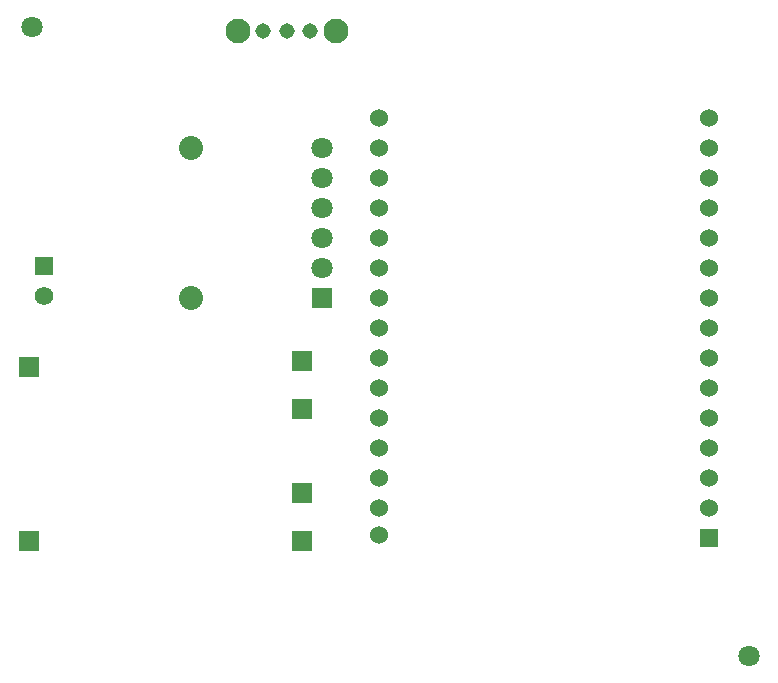
<source format=gbr>
G04*
G04 #@! TF.GenerationSoftware,Altium Limited,Altium Designer,24.6.1 (21)*
G04*
G04 Layer_Color=255*
%FSLAX44Y44*%
%MOMM*%
G71*
G04*
G04 #@! TF.SameCoordinates,455CBF28-0157-4816-AAA5-8F8310DED926*
G04*
G04*
G04 #@! TF.FilePolarity,Positive*
G04*
G01*
G75*
%ADD30C,1.5240*%
%ADD31R,1.5240X1.5240*%
%ADD32C,1.8000*%
%ADD33C,1.3080*%
%ADD34C,2.1000*%
%ADD35R,1.5750X1.5750*%
%ADD36C,1.5750*%
%ADD37R,1.8000X1.8000*%
%ADD38C,1.8000*%
%ADD39R,1.8000X1.8000*%
%ADD40C,2.0320*%
D30*
X1212850Y883920D02*
D03*
Y934720D02*
D03*
Y909320D02*
D03*
Y858520D02*
D03*
Y833120D02*
D03*
Y810260D02*
D03*
X1492250Y1137920D02*
D03*
Y833120D02*
D03*
Y1163320D02*
D03*
Y1112520D02*
D03*
Y1087120D02*
D03*
Y1061720D02*
D03*
Y1036320D02*
D03*
Y1010920D02*
D03*
Y985520D02*
D03*
Y960120D02*
D03*
Y934720D02*
D03*
Y909320D02*
D03*
Y883920D02*
D03*
Y858520D02*
D03*
X1212850Y1137920D02*
D03*
Y960120D02*
D03*
Y985520D02*
D03*
Y1010920D02*
D03*
Y1036320D02*
D03*
Y1061720D02*
D03*
Y1087120D02*
D03*
Y1112520D02*
D03*
Y1163320D02*
D03*
D31*
X1492250Y807720D02*
D03*
D32*
X919247Y1240364D02*
D03*
X1526540Y707390D02*
D03*
D33*
X1155060Y1236980D02*
D03*
X1115060D02*
D03*
X1135060D02*
D03*
D34*
X1176560D02*
D03*
X1093560D02*
D03*
D35*
X929810Y1037390D02*
D03*
D36*
Y1012390D02*
D03*
D37*
X916940Y952500D02*
D03*
Y805180D02*
D03*
X1148080Y957580D02*
D03*
Y805180D02*
D03*
Y916940D02*
D03*
Y845820D02*
D03*
D38*
X1164590Y1137920D02*
D03*
Y1112520D02*
D03*
Y1087120D02*
D03*
Y1061720D02*
D03*
Y1036320D02*
D03*
D39*
Y1010920D02*
D03*
D40*
X1054100D02*
D03*
Y1137920D02*
D03*
M02*

</source>
